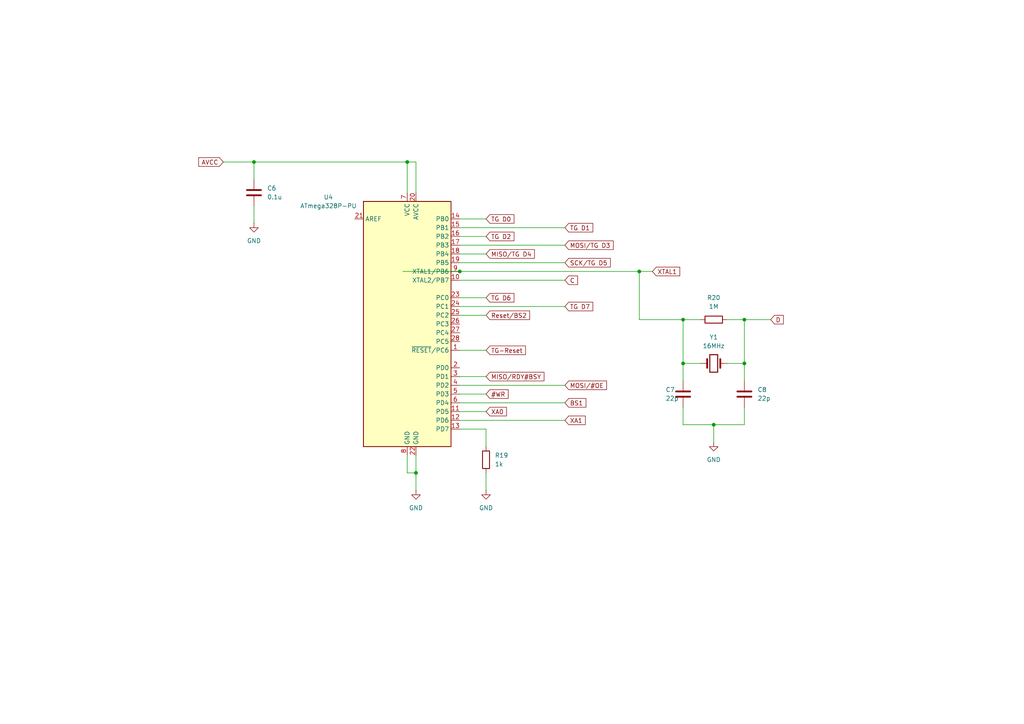
<source format=kicad_sch>
(kicad_sch (version 20231120) (generator "eeschema") (generator_version "8.0")
  (paper "A4")
  (lib_symbols
    (symbol "Device:C" (pin_numbers hide) (pin_names (offset 0.254))
      (property "Reference" "C" (at 0.635 2.54 0))
      (property "Value" "C" (at 0.635 -2.54 0))
      (symbol "C_0_1"
        (polyline (pts (xy -2.032 -0.762) (xy 2.032 -0.762)) (stroke (width 0.508)))
        (polyline (pts (xy -2.032 0.762) (xy 2.032 0.762)) (stroke (width 0.508)))
      )
      (symbol "C_1_1"
        (pin passive line (at 0 3.81 270) (length 2.794) (name "~") (number "1"))
        (pin passive line (at 0 -3.81 90) (length 2.794) (name "~") (number "2"))
      )
    )
    (symbol "Device:Crystal" (pin_numbers hide) (pin_names (offset 1.016) hide)
      (property "Reference" "Y" (at 0 3.81 0))
      (property "Value" "Crystal" (at 0 -3.81 0))
      (symbol "Crystal_0_1"
        (rectangle (start -1.143 2.54) (end 1.143 -2.54) (stroke (width 0.3048)))
        (polyline (pts (xy -2.54 0) (xy -1.905 0)))
        (polyline (pts (xy -1.905 -1.27) (xy -1.905 1.27)) (stroke (width 0.508)))
        (polyline (pts (xy 1.905 -1.27) (xy 1.905 1.27)) (stroke (width 0.508)))
        (polyline (pts (xy 2.54 0) (xy 1.905 0)))
      )
      (symbol "Crystal_1_1"
        (pin passive line (at -3.81 0 0) (length 1.27) (name "1") (number "1"))
        (pin passive line (at 3.81 0 180) (length 1.27) (name "2") (number "2"))
      )
    )
    (symbol "Device:R" (pin_numbers hide) (pin_names (offset 0))
      (property "Reference" "R" (at 2.032 0 90))
      (property "Value" "R" (at 0 0 90))
      (symbol "R_0_1"
        (rectangle (start -1.016 -2.54) (end 1.016 2.54) (stroke (width 0.254)))
      )
      (symbol "R_1_1"
        (pin passive line (at 0 3.81 270) (length 1.27) (name "~") (number "1"))
        (pin passive line (at 0 -3.81 90) (length 1.27) (name "~") (number "2"))
      )
    )
    (symbol "My_Misc:ATmega328P-PU"
      (property "Reference" "U" (at -12.7 36.83 0))
      (property "Value" "ATmega328P-PU" (at 7.62 -36.83 0))
      (symbol "ATmega328P-PU_0_1"
        (rectangle (start -12.7 -35.56) (end 12.7 35.56) (stroke (width 0.254)) (fill (type background)))
      )
      (symbol "ATmega328P-PU_1_1"
        (pin bidirectional line (at 15.24 -7.62 180) (length 2.54) (name "~{RESET}/PC6") (number "1"))
        (pin bidirectional line (at 15.24 12.7 180) (length 2.54) (name "XTAL2/PB7") (number "10"))
        (pin bidirectional line (at 15.24 -25.4 180) (length 2.54) (name "PD5") (number "11"))
        (pin bidirectional line (at 15.24 -27.94 180) (length 2.54) (name "PD6") (number "12"))
        (pin bidirectional line (at 15.24 -30.48 180) (length 2.54) (name "PD7") (number "13"))
        (pin bidirectional line (at 15.24 30.48 180) (length 2.54) (name "PB0") (number "14"))
        (pin bidirectional line (at 15.24 27.94 180) (length 2.54) (name "PB1") (number "15"))
        (pin bidirectional line (at 15.24 25.4 180) (length 2.54) (name "PB2") (number "16"))
        (pin bidirectional line (at 15.24 22.86 180) (length 2.54) (name "PB3") (number "17"))
        (pin bidirectional line (at 15.24 20.32 180) (length 2.54) (name "PB4") (number "18"))
        (pin bidirectional line (at 15.24 17.78 180) (length 2.54) (name "PB5") (number "19"))
        (pin bidirectional line (at 15.24 -12.7 180) (length 2.54) (name "PD0") (number "2"))
        (pin power_in line (at 2.54 38.1 270) (length 2.54) (name "AVCC") (number "20"))
        (pin passive line (at -15.24 30.48 0) (length 2.54) (name "AREF") (number "21"))
        (pin passive line (at 0 -38.1 90) (length 2.54) hide (name "GND") (number "22"))
        (pin power_in line (at 2.54 -38.1 90) (length 2.54) (name "GND") (number "22"))
        (pin bidirectional line (at 15.24 7.62 180) (length 2.54) (name "PC0") (number "23"))
        (pin bidirectional line (at 15.24 5.08 180) (length 2.54) (name "PC1") (number "24"))
        (pin bidirectional line (at 15.24 2.54 180) (length 2.54) (name "PC2") (number "25"))
        (pin bidirectional line (at 15.24 0 180) (length 2.54) (name "PC3") (number "26"))
        (pin bidirectional line (at 15.24 -2.54 180) (length 2.54) (name "PC4") (number "27"))
        (pin bidirectional line (at 15.24 -5.08 180) (length 2.54) (name "PC5") (number "28"))
        (pin bidirectional line (at 15.24 -15.24 180) (length 2.54) (name "PD1") (number "3"))
        (pin bidirectional line (at 15.24 -17.78 180) (length 2.54) (name "PD2") (number "4"))
        (pin bidirectional line (at 15.24 -20.32 180) (length 2.54) (name "PD3") (number "5"))
        (pin bidirectional line (at 15.24 -22.86 180) (length 2.54) (name "PD4") (number "6"))
        (pin power_in line (at 0 38.1 270) (length 2.54) (name "VCC") (number "7"))
        (pin power_in line (at 0 -38.1 90) (length 2.54) (name "GND") (number "8"))
        (pin bidirectional line (at 15.24 15.24 180) (length 2.54) (name "XTAL1/PB6") (number "9"))
      )
    )
    (symbol "power:GND" (power) (pin_numbers hide) (pin_names (offset 0) hide)
      (property "Value" "GND" (at 0 -3.81 0))
      (symbol "GND_0_1"
        (polyline (pts (xy 0 0) (xy 0 -1.27) (xy 1.27 -1.27) (xy 0 -2.54) (xy -1.27 -1.27) (xy 0 -1.27)))
      )
      (symbol "GND_1_1"
        (pin power_in line (at 0 0 270) (length 0) (name "~") (number "1"))
      )
    )
  )
  (junction (at 215.9 105.41))
  (junction (at 118.11 46.99))
  (junction (at 207.01 123.19))
  (junction (at 185.42 78.74))
  (junction (at 120.65 137.16))
  (junction (at 73.66 46.99))
  (junction (at 198.12 105.41))
  (junction (at 133.35 78.74))
  (junction (at 198.12 92.71))
  (junction (at 215.9 92.71))
  (wire (pts (xy 73.66 59.69) (xy 73.66 64.77)))
  (wire (pts (xy 73.66 46.99) (xy 73.66 52.07)))
  (wire (pts (xy 118.11 132.08) (xy 118.11 137.16)))
  (wire (pts (xy 215.9 123.19) (xy 215.9 118.11)))
  (wire (pts (xy 118.11 55.88) (xy 118.11 46.99)))
  (wire (pts (xy 215.9 105.41) (xy 215.9 92.71)))
  (wire (pts (xy 118.11 46.99) (xy 73.66 46.99)))
  (wire (pts (xy 198.12 105.41) (xy 203.2 105.41)))
  (wire (pts (xy 133.35 114.3) (xy 140.97 114.3)))
  (wire (pts (xy 133.35 86.36) (xy 140.97 86.36)))
  (wire (pts (xy 198.12 92.71) (xy 198.12 105.41)))
  (wire (pts (xy 203.2 92.71) (xy 198.12 92.71)))
  (wire (pts (xy 210.82 105.41) (xy 215.9 105.41)))
  (wire (pts (xy 116.84 78.74) (xy 133.35 78.74)))
  (wire (pts (xy 198.12 118.11) (xy 198.12 123.19)))
  (wire (pts (xy 118.11 137.16) (xy 120.65 137.16)))
  (wire (pts (xy 133.35 101.6) (xy 140.97 101.6)))
  (wire (pts (xy 185.42 78.74) (xy 185.42 92.71)))
  (wire (pts (xy 140.97 124.46) (xy 140.97 129.54)))
  (wire (pts (xy 215.9 92.71) (xy 223.52 92.71)))
  (wire (pts (xy 133.35 124.46) (xy 140.97 124.46)))
  (wire (pts (xy 133.35 109.22) (xy 140.97 109.22)))
  (wire (pts (xy 133.35 88.9) (xy 163.83 88.9)))
  (wire (pts (xy 207.01 123.19) (xy 215.9 123.19)))
  (wire (pts (xy 140.97 137.16) (xy 140.97 142.24)))
  (wire (pts (xy 133.35 78.74) (xy 185.42 78.74)))
  (wire (pts (xy 133.35 73.66) (xy 140.97 73.66)))
  (wire (pts (xy 198.12 92.71) (xy 185.42 92.71)))
  (wire (pts (xy 133.35 119.38) (xy 140.97 119.38)))
  (wire (pts (xy 198.12 105.41) (xy 198.12 110.49)))
  (wire (pts (xy 133.35 81.28) (xy 163.83 81.28)))
  (wire (pts (xy 73.66 46.99) (xy 64.77 46.99)))
  (wire (pts (xy 120.65 132.08) (xy 120.65 137.16)))
  (wire (pts (xy 185.42 78.74) (xy 189.23 78.74)))
  (wire (pts (xy 215.9 92.71) (xy 210.82 92.71)))
  (wire (pts (xy 133.35 121.92) (xy 163.83 121.92)))
  (wire (pts (xy 120.65 46.99) (xy 118.11 46.99)))
  (wire (pts (xy 198.12 123.19) (xy 207.01 123.19)))
  (wire (pts (xy 120.65 137.16) (xy 120.65 142.24)))
  (wire (pts (xy 133.35 66.04) (xy 163.83 66.04)))
  (wire (pts (xy 133.35 111.76) (xy 163.83 111.76)))
  (wire (pts (xy 133.35 71.12) (xy 163.83 71.12)))
  (wire (pts (xy 133.35 76.2) (xy 163.83 76.2)))
  (wire (pts (xy 133.35 116.84) (xy 163.83 116.84)))
  (wire (pts (xy 133.35 68.58) (xy 140.97 68.58)))
  (wire (pts (xy 207.01 123.19) (xy 207.01 128.27)))
  (wire (pts (xy 120.65 55.88) (xy 120.65 46.99)))
  (wire (pts (xy 133.35 91.44) (xy 140.97 91.44)))
  (wire (pts (xy 215.9 110.49) (xy 215.9 105.41)))
  (wire (pts (xy 133.35 63.5) (xy 140.97 63.5)))
  (global_label "XTAL1" (shape input) (at 189.23 78.74 0) (property "Intersheetrefs" "${INTERSHEET_REFS}" (effects (hide yes))))
  (global_label "MOSI{slash}#OE" (shape input) (at 163.83 111.76 0) (property "Intersheetrefs" "${INTERSHEET_REFS}" (effects (hide yes))))
  (global_label "MISO{slash}RDY#BSY" (shape input) (at 140.97 109.22 0) (property "Intersheetrefs" "${INTERSHEET_REFS}" (effects (hide yes))))
  (global_label "TG D2" (shape input) (at 140.97 68.58 0) (property "Intersheetrefs" "${INTERSHEET_REFS}" (effects (hide yes))))
  (global_label "Reset{slash}BS2" (shape input) (at 140.97 91.44 0) (property "Intersheetrefs" "${INTERSHEET_REFS}" (effects (hide yes))))
  (global_label "TG D0" (shape input) (at 140.97 63.5 0) (property "Intersheetrefs" "${INTERSHEET_REFS}" (effects (hide yes))))
  (global_label "TG-Reset" (shape input) (at 140.97 101.6 0) (property "Intersheetrefs" "${INTERSHEET_REFS}" (effects (hide yes))))
  (global_label "TG D6" (shape input) (at 140.97 86.36 0) (property "Intersheetrefs" "${INTERSHEET_REFS}" (effects (hide yes))))
  (global_label "TG D1" (shape input) (at 163.83 66.04 0) (property "Intersheetrefs" "${INTERSHEET_REFS}" (effects (hide yes))))
  (global_label "BS1" (shape input) (at 163.83 116.84 0) (property "Intersheetrefs" "${INTERSHEET_REFS}" (effects (hide yes))))
  (global_label "TG D7" (shape input) (at 163.83 88.9 0) (property "Intersheetrefs" "${INTERSHEET_REFS}" (effects (hide yes))))
  (global_label "C" (shape input) (at 163.83 81.28 0) (property "Intersheetrefs" "${INTERSHEET_REFS}" (effects (hide yes))))
  (global_label "SCK{slash}TG D5" (shape input) (at 163.83 76.2 0) (property "Intersheetrefs" "${INTERSHEET_REFS}" (effects (hide yes))))
  (global_label "AVCC" (shape input) (at 64.77 46.99 180) (property "Intersheetrefs" "${INTERSHEET_REFS}" (effects (hide yes))))
  (global_label "MISO{slash}TG D4" (shape input) (at 140.97 73.66 0) (property "Intersheetrefs" "${INTERSHEET_REFS}" (effects (hide yes))))
  (global_label "#WR" (shape input) (at 140.97 114.3 0) (property "Intersheetrefs" "${INTERSHEET_REFS}" (effects (hide yes))))
  (global_label "MOSI{slash}TG D3" (shape input) (at 163.83 71.12 0) (property "Intersheetrefs" "${INTERSHEET_REFS}" (effects (hide yes))))
  (global_label "D" (shape input) (at 223.52 92.71 0) (property "Intersheetrefs" "${INTERSHEET_REFS}" (effects (hide yes))))
  (global_label "XA0" (shape input) (at 140.97 119.38 0) (property "Intersheetrefs" "${INTERSHEET_REFS}" (effects (hide yes))))
  (global_label "XA1" (shape input) (at 163.83 121.92 0) (property "Intersheetrefs" "${INTERSHEET_REFS}" (effects (hide yes))))
  (symbol (lib_id "Device:R") (at 140.97 133.35 0) (unit 1)
    (property "Reference" "R19" (at 143.51 132.0799 0) (effects (justify left)))
    (property "Value" "1k" (at 143.51 134.6199 0) (effects (justify left)))
    (property "Footprint" "Resistor_SMD:R_1206_3216Metric_Pad1.30x1.75mm_HandSolder" (effects (hide yes)))
    (property "Description" "Resistor" (effects (hide yes)))
  )
  (symbol (lib_id "Device:C") (at 73.66 55.88 0) (unit 1)
    (property "Reference" "C6" (at 77.47 54.6099 0) (effects (justify left)))
    (property "Value" "0.1u" (at 77.47 57.1499 0) (effects (justify left)))
    (property "Footprint" "Capacitor_SMD:C_1206_3216Metric_Pad1.33x1.80mm_HandSolder" (effects (hide yes)))
    (property "Description" "Unpolarized capacitor" (effects (hide yes)))
  )
  (symbol (lib_id "Device:C") (at 215.9 114.3 0) (unit 1)
    (property "Reference" "C8" (at 219.71 113.0299 0) (effects (justify left)))
    (property "Value" "22p" (at 219.71 115.5699 0) (effects (justify left)))
    (property "Footprint" "Capacitor_SMD:C_1206_3216Metric_Pad1.33x1.80mm_HandSolder" (effects (hide yes)))
    (property "Description" "Unpolarized capacitor" (effects (hide yes)))
  )
  (symbol (lib_id "My_Misc:ATmega328P-PU") (at 118.11 93.98 0) (unit 1)
    (property "Reference" "U4" (at 95.25 57.1814 0))
    (property "Value" "ATmega328P-PU" (at 95.25 59.7214 0))
    (property "Footprint" "My_Misc:ZIF_DIP_Socket-28_W6.9_W7.62_W7.62_W12.7_W13.5_large" (effects (hide yes)))
    (property "Datasheet" "http://ww1.microchip.com/downloads/en/DeviceDoc/ATmega328_P%20AVR%20MCU%20with%20picoPower%20Technology%20Data%20Sheet%2040001984A.pdf" (effects (hide yes)))
    (property "Description" "20MHz, 32kB Flash, 2kB SRAM, 1kB EEPROM, DIP-28" (effects (hide yes)))
  )
  (symbol (lib_id "power:GND") (at 140.97 142.24 0) (unit 1)
    (property "Reference" "#PWR034" (effects (hide yes)))
    (property "Value" "GND" (at 140.97 147.32 0))
    (property "Description" "Power symbol creates a global label with name \"GND\" , ground" (effects (hide yes)))
  )
  (symbol (lib_id "power:GND") (at 207.01 128.27 0) (unit 1)
    (property "Reference" "#PWR035" (effects (hide yes)))
    (property "Value" "GND" (at 207.01 133.35 0))
    (property "Description" "Power symbol creates a global label with name \"GND\" , ground" (effects (hide yes)))
  )
  (symbol (lib_id "Device:R") (at 207.01 92.71 90) (unit 1)
    (property "Reference" "R20" (at 207.01 86.36 90))
    (property "Value" "1M" (at 207.01 88.9 90))
    (property "Footprint" "Resistor_SMD:R_1206_3216Metric_Pad1.30x1.75mm_HandSolder" (effects (hide yes)))
    (property "Description" "Resistor" (effects (hide yes)))
  )
  (symbol (lib_id "power:GND") (at 120.65 142.24 0) (unit 1)
    (property "Reference" "#PWR033" (effects (hide yes)))
    (property "Value" "GND" (at 120.65 147.32 0))
    (property "Description" "Power symbol creates a global label with name \"GND\" , ground" (effects (hide yes)))
  )
  (symbol (lib_id "Device:C") (at 198.12 114.3 0) (unit 1)
    (property "Reference" "C7" (at 193.04 113.0299 0) (effects (justify left)))
    (property "Value" "22p" (at 193.04 115.5699 0) (effects (justify left)))
    (property "Footprint" "Capacitor_SMD:C_1206_3216Metric_Pad1.33x1.80mm_HandSolder" (effects (hide yes)))
    (property "Description" "Unpolarized capacitor" (effects (hide yes)))
  )
  (symbol (lib_id "Device:Crystal") (at 207.01 105.41 0) (unit 1)
    (property "Reference" "Y1" (at 207.01 97.79 0))
    (property "Value" "16MHz" (at 207.01 100.33 0))
    (property "Footprint" "My_Misc:Crystal_HC49-4H_Vertical_large" (effects (hide yes)))
    (property "Description" "Two pin crystal" (effects (hide yes)))
  )
  (symbol (lib_id "power:GND") (at 73.66 64.77 0) (unit 1)
    (property "Reference" "#PWR032" (effects (hide yes)))
    (property "Value" "GND" (at 73.66 69.85 0))
    (property "Description" "Power symbol creates a global label with name \"GND\" , ground" (effects (hide yes)))
  )
)
</source>
